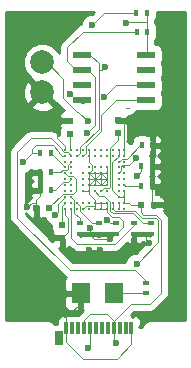
<source format=gbr>
G04 #@! TF.FileFunction,Copper,L1,Top,Signal*
%FSLAX46Y46*%
G04 Gerber Fmt 4.6, Leading zero omitted, Abs format (unit mm)*
G04 Created by KiCad (PCBNEW 4.0.5+dfsg1-4) date Tue Jul 10 09:58:08 2018*
%MOMM*%
%LPD*%
G01*
G04 APERTURE LIST*
%ADD10C,0.100000*%
%ADD11R,0.500000X0.600000*%
%ADD12R,0.600000X0.500000*%
%ADD13R,1.597660X1.800860*%
%ADD14R,0.400000X1.000000*%
%ADD15R,0.700000X1.150000*%
%ADD16R,0.400000X0.600000*%
%ADD17R,0.600000X0.400000*%
%ADD18R,1.550000X0.600000*%
%ADD19C,0.254000*%
%ADD20C,1.998980*%
%ADD21C,0.600000*%
%ADD22C,0.254000*%
G04 APERTURE END LIST*
D10*
D11*
X153570000Y-100510000D03*
X153570000Y-99410000D03*
D12*
X151860000Y-106820000D03*
X150760000Y-106820000D03*
D11*
X157640000Y-100490000D03*
X157640000Y-99390000D03*
D12*
X159580000Y-106550000D03*
X160680000Y-106550000D03*
D11*
X152930000Y-108220000D03*
X152930000Y-109320000D03*
D13*
X157359860Y-114040000D03*
X154520140Y-114040000D03*
D14*
X153300000Y-116990000D03*
X153800000Y-116990000D03*
X154300000Y-116990000D03*
X154800000Y-116990000D03*
X155300000Y-116990000D03*
X155800000Y-116990000D03*
X156300000Y-116990000D03*
X156800000Y-116990000D03*
X157300000Y-116990000D03*
X157800000Y-116990000D03*
X158300000Y-116990000D03*
X158800000Y-116990000D03*
D15*
X152630000Y-117830000D03*
D16*
X151970000Y-103790000D03*
X151070000Y-103790000D03*
X151080000Y-102170000D03*
X151980000Y-102170000D03*
X159650000Y-104970000D03*
X160550000Y-104970000D03*
X160550000Y-103270000D03*
X159650000Y-103270000D03*
X159680000Y-101500000D03*
X160580000Y-101500000D03*
D17*
X160490000Y-109010000D03*
X160490000Y-108110000D03*
D16*
X159230000Y-91890000D03*
X160130000Y-91890000D03*
X160120000Y-90270000D03*
X159220000Y-90270000D03*
D17*
X156020000Y-109020000D03*
X156020000Y-108120000D03*
X157510000Y-108100000D03*
X157510000Y-109000000D03*
X159010000Y-108110000D03*
X159010000Y-109010000D03*
X154440000Y-109020000D03*
X154440000Y-108120000D03*
D16*
X151970000Y-105310000D03*
X151070000Y-105310000D03*
D17*
X160020000Y-113150000D03*
X160020000Y-114050000D03*
D18*
X154640000Y-93865000D03*
X154640000Y-95135000D03*
X154640000Y-96405000D03*
X154640000Y-97675000D03*
X160040000Y-97675000D03*
X160040000Y-96405000D03*
X160040000Y-95135000D03*
X160040000Y-93865000D03*
D19*
X153210000Y-101880000D03*
X153710000Y-101880000D03*
X154210000Y-101880000D03*
X154710000Y-101880000D03*
X155210000Y-101880000D03*
X155710000Y-101880000D03*
X156210000Y-101880000D03*
X156710000Y-101880000D03*
X157210000Y-101880000D03*
X157710000Y-101880000D03*
X158210000Y-101880000D03*
X153210000Y-102380000D03*
X153710000Y-102380000D03*
X154210000Y-102380000D03*
X154710000Y-102380000D03*
X155210000Y-102380000D03*
X155710000Y-102380000D03*
X156210000Y-102380000D03*
X156710000Y-102380000D03*
X157210000Y-102380000D03*
X157710000Y-102380000D03*
X158210000Y-102380000D03*
X153210000Y-102880000D03*
X153710000Y-102880000D03*
X157710000Y-102880000D03*
X158210000Y-102880000D03*
X153210000Y-103380000D03*
X153710000Y-103380000D03*
X155210000Y-103380000D03*
X155710000Y-103380000D03*
X156210000Y-103380000D03*
X156710000Y-103380000D03*
X157710000Y-103380000D03*
X158210000Y-103380000D03*
X153210000Y-103880000D03*
X153710000Y-103880000D03*
X154710000Y-103880000D03*
X155210000Y-103880000D03*
X155710000Y-103880000D03*
X156210000Y-103880000D03*
X156710000Y-103880000D03*
X157710000Y-103880000D03*
X158210000Y-103880000D03*
X153210000Y-104380000D03*
X153710000Y-104380000D03*
X154710000Y-104380000D03*
X155210000Y-104380000D03*
X155710000Y-104380000D03*
X156210000Y-104380000D03*
X156710000Y-104380000D03*
X157710000Y-104380000D03*
X158210000Y-104380000D03*
X153210000Y-104880000D03*
X153710000Y-104880000D03*
X154710000Y-104880000D03*
X155210000Y-104880000D03*
X155710000Y-104880000D03*
X156210000Y-104880000D03*
X156710000Y-104880000D03*
X157710000Y-104880000D03*
X158210000Y-104880000D03*
X153210000Y-105380000D03*
X153710000Y-105380000D03*
X154710000Y-105380000D03*
X155210000Y-105380000D03*
X155710000Y-105380000D03*
X156210000Y-105380000D03*
X156710000Y-105380000D03*
X157710000Y-105380000D03*
X158210000Y-105380000D03*
X153210000Y-105880000D03*
X153710000Y-105880000D03*
X157710000Y-105880000D03*
X158210000Y-105880000D03*
X153210000Y-106380000D03*
X153710000Y-106380000D03*
X154210000Y-106380000D03*
X154710000Y-106380000D03*
X155210000Y-106380000D03*
X155710000Y-106380000D03*
X156210000Y-106380000D03*
X156710000Y-106380000D03*
X157210000Y-106380000D03*
X157710000Y-106380000D03*
X158210000Y-106380000D03*
X153210000Y-106880000D03*
X153710000Y-106880000D03*
X154210000Y-106880000D03*
X154710000Y-106880000D03*
X155210000Y-106880000D03*
X155710000Y-106880000D03*
X156210000Y-106880000D03*
X156710000Y-106880000D03*
X157210000Y-106880000D03*
X157710000Y-106880000D03*
X158210000Y-106880000D03*
D20*
X151260000Y-94490000D03*
X151260000Y-97030000D03*
D21*
X155260000Y-108490000D03*
X160310000Y-109740000D03*
X149990000Y-106760000D03*
X156960000Y-109430000D03*
X156170000Y-110340000D03*
X155200000Y-110390000D03*
X154020000Y-111000000D03*
X161050000Y-105550000D03*
X152520000Y-99240000D03*
X153570000Y-97130000D03*
X157470000Y-118260000D03*
X158320000Y-91130000D03*
X149590000Y-102960000D03*
X155150000Y-118640000D03*
X159230000Y-111520000D03*
X159170000Y-102590000D03*
X159230000Y-104100000D03*
X155020000Y-100500000D03*
X156560000Y-94880000D03*
X155480000Y-91290000D03*
X156760000Y-107860000D03*
X152340000Y-107410000D03*
X156480000Y-97410000D03*
X155100000Y-99490000D03*
D10*
X158620000Y-98325000D02*
X158305000Y-98325000D01*
X153570000Y-100510000D02*
X153570000Y-101740000D01*
X153570000Y-101740000D02*
X153710000Y-101880000D01*
X155210000Y-103880000D02*
X155710000Y-104380000D01*
X155710000Y-104380000D02*
X156210000Y-104880000D01*
X156210000Y-104880000D02*
X156710000Y-104380000D01*
X156710000Y-104380000D02*
X156210000Y-103880000D01*
X156210000Y-103880000D02*
X155710000Y-104380000D01*
X155710000Y-104380000D02*
X155210000Y-104880000D01*
X156960000Y-109430000D02*
X155670000Y-109430000D01*
X155260000Y-109020000D02*
X155260000Y-108490000D01*
X155670000Y-109430000D02*
X155260000Y-109020000D01*
X160050000Y-109480000D02*
X160050000Y-109010000D01*
X160310000Y-109740000D02*
X160050000Y-109480000D01*
X150760000Y-106370000D02*
X150380000Y-106370000D01*
X150380000Y-106370000D02*
X149990000Y-106760000D01*
X157000000Y-109020000D02*
X157000000Y-109390000D01*
X157000000Y-109390000D02*
X156960000Y-109430000D01*
X156170000Y-110340000D02*
X156120000Y-110390000D01*
X156120000Y-110390000D02*
X155200000Y-110390000D01*
X152930000Y-109910000D02*
X152930000Y-109320000D01*
X154020000Y-111000000D02*
X152930000Y-109910000D01*
X158800000Y-116990000D02*
X158800000Y-118330000D01*
X153300000Y-118200000D02*
X153300000Y-116990000D01*
X154670000Y-119570000D02*
X153300000Y-118200000D01*
X157560000Y-119570000D02*
X154670000Y-119570000D01*
X158800000Y-118330000D02*
X157560000Y-119570000D01*
X160550000Y-104970000D02*
X160550000Y-105050000D01*
X160550000Y-105050000D02*
X161050000Y-105550000D01*
X151070000Y-105310000D02*
X151070000Y-105830000D01*
X150760000Y-106140000D02*
X150760000Y-106370000D01*
X150760000Y-106370000D02*
X150760000Y-106820000D01*
X151070000Y-105830000D02*
X150760000Y-106140000D01*
X160550000Y-104970000D02*
X160550000Y-106420000D01*
X160550000Y-106420000D02*
X160680000Y-106550000D01*
X155710000Y-106630000D02*
X154960000Y-106630000D01*
X154960000Y-106630000D02*
X154710000Y-106880000D01*
X156710000Y-106880000D02*
X156710000Y-107190000D01*
X158050000Y-108460000D02*
X157510000Y-109000000D01*
X158050000Y-107900000D02*
X158050000Y-108460000D01*
X157750000Y-107600000D02*
X158050000Y-107900000D01*
X157120000Y-107600000D02*
X157750000Y-107600000D01*
X156710000Y-107190000D02*
X157120000Y-107600000D01*
X154520140Y-114040000D02*
X154520140Y-114839860D01*
X154520140Y-114839860D02*
X153300000Y-116060000D01*
X153300000Y-116060000D02*
X153300000Y-116990000D01*
X153210000Y-106880000D02*
X153210000Y-107420000D01*
X153210000Y-107420000D02*
X153440000Y-107650000D01*
X153440000Y-107650000D02*
X153440000Y-108810000D01*
X153440000Y-108810000D02*
X152930000Y-109320000D01*
X155210000Y-105380000D02*
X155210000Y-105630000D01*
X155710000Y-106130000D02*
X155710000Y-106380000D01*
X155210000Y-105630000D02*
X155710000Y-106130000D01*
X155710000Y-106380000D02*
X156210000Y-106380000D01*
X155710000Y-106380000D02*
X155710000Y-106630000D01*
X155710000Y-106630000D02*
X155710000Y-106880000D01*
X155710000Y-106880000D02*
X156210000Y-106880000D01*
X156210000Y-106880000D02*
X156710000Y-106880000D01*
X156710000Y-106880000D02*
X156710000Y-106380000D01*
X156710000Y-106380000D02*
X156210000Y-106380000D01*
X156210000Y-106380000D02*
X156210000Y-106880000D01*
X160490000Y-109010000D02*
X160050000Y-109010000D01*
X160050000Y-109010000D02*
X159010000Y-109010000D01*
X156020000Y-109020000D02*
X157000000Y-109020000D01*
X157000000Y-109020000D02*
X157490000Y-109020000D01*
X157490000Y-109020000D02*
X157510000Y-109000000D01*
X155210000Y-101880000D02*
X155210000Y-102380000D01*
X152520000Y-99240000D02*
X152520000Y-100870000D01*
X153210000Y-101560000D02*
X153210000Y-101880000D01*
X152520000Y-100870000D02*
X153210000Y-101560000D01*
X152690000Y-99410000D02*
X153570000Y-99410000D01*
X152520000Y-99240000D02*
X152690000Y-99410000D01*
X154640000Y-97675000D02*
X154115000Y-97675000D01*
X154115000Y-97675000D02*
X153570000Y-97130000D01*
X158210000Y-101880000D02*
X158210000Y-99650000D01*
X157950000Y-99390000D02*
X157640000Y-99390000D01*
X158210000Y-99650000D02*
X157950000Y-99390000D01*
X158210000Y-102380000D02*
X158210000Y-101880000D01*
X155210000Y-102380000D02*
X155210000Y-102890000D01*
X155470000Y-103620000D02*
X155210000Y-103880000D01*
X155470000Y-103150000D02*
X155470000Y-103620000D01*
X155210000Y-102890000D02*
X155470000Y-103150000D01*
X155210000Y-104880000D02*
X155210000Y-105380000D01*
X155210000Y-105380000D02*
X154710000Y-105380000D01*
X155710000Y-104880000D02*
X156210000Y-104880000D01*
X156710000Y-104380000D02*
X156710000Y-104880000D01*
X156710000Y-104880000D02*
X156210000Y-104880000D01*
X156210000Y-104880000D02*
X156210000Y-104380000D01*
X156210000Y-104380000D02*
X155710000Y-104380000D01*
X155710000Y-104380000D02*
X155710000Y-104880000D01*
X155710000Y-104880000D02*
X155210000Y-104880000D01*
X155210000Y-104880000D02*
X155210000Y-104380000D01*
X156210000Y-103880000D02*
X156210000Y-104380000D01*
X155710000Y-103880000D02*
X155710000Y-104380000D01*
X156710000Y-103880000D02*
X156710000Y-104380000D01*
X156710000Y-104380000D02*
X156210000Y-104380000D01*
X156210000Y-104380000D02*
X155710000Y-104380000D01*
X155710000Y-104380000D02*
X155210000Y-104380000D01*
X155210000Y-104380000D02*
X155210000Y-103880000D01*
X155210000Y-103880000D02*
X155710000Y-103880000D01*
X155710000Y-103880000D02*
X156210000Y-103880000D01*
X156210000Y-103880000D02*
X156710000Y-103880000D01*
X156710000Y-103880000D02*
X156710000Y-103380000D01*
X151860000Y-106820000D02*
X151860000Y-106740000D01*
X151860000Y-106740000D02*
X152970000Y-105630000D01*
X152970000Y-105630000D02*
X153870000Y-105630000D01*
X153870000Y-105630000D02*
X154100000Y-105400000D01*
X154100000Y-105400000D02*
X154100000Y-104350000D01*
X154100000Y-104350000D02*
X153880000Y-104130000D01*
X153880000Y-104130000D02*
X153460000Y-104130000D01*
X153460000Y-104130000D02*
X153210000Y-103880000D01*
X157640000Y-100490000D02*
X157640000Y-101030000D01*
X156460000Y-105130000D02*
X156210000Y-105380000D01*
X156860000Y-105130000D02*
X156460000Y-105130000D01*
X156970000Y-105020000D02*
X156860000Y-105130000D01*
X156970000Y-101700000D02*
X156970000Y-105020000D01*
X157640000Y-101030000D02*
X156970000Y-101700000D01*
X158210000Y-105380000D02*
X158210000Y-105880000D01*
X158210000Y-105880000D02*
X158210000Y-106380000D01*
X157710000Y-105880000D02*
X158210000Y-105880000D01*
X157300000Y-116380000D02*
X157300000Y-116350000D01*
X159580000Y-107180000D02*
X159580000Y-106550000D01*
X159820000Y-107420000D02*
X159580000Y-107180000D01*
X160910000Y-107420000D02*
X159820000Y-107420000D01*
X161330000Y-107840000D02*
X160910000Y-107420000D01*
X161330000Y-113990000D02*
X161330000Y-107840000D01*
X160400000Y-114920000D02*
X161330000Y-113990000D01*
X158730000Y-114920000D02*
X160400000Y-114920000D01*
X157300000Y-116350000D02*
X158730000Y-114920000D01*
X157710000Y-101880000D02*
X157710000Y-102380000D01*
X157710000Y-102380000D02*
X157710000Y-102400000D01*
X157710000Y-102400000D02*
X157150000Y-102960000D01*
X157150000Y-102960000D02*
X157150000Y-105320000D01*
X157150000Y-105320000D02*
X157710000Y-105880000D01*
X157470000Y-118260000D02*
X157300000Y-118090000D01*
X157300000Y-118090000D02*
X157300000Y-116990000D01*
X157300000Y-116990000D02*
X157300000Y-116380000D01*
X154800000Y-116330000D02*
X154800000Y-116990000D01*
X155300000Y-115830000D02*
X154800000Y-116330000D01*
X156750000Y-115830000D02*
X155300000Y-115830000D01*
X157300000Y-116380000D02*
X156750000Y-115830000D01*
X159580000Y-106550000D02*
X158790000Y-106550000D01*
X158620000Y-106380000D02*
X158210000Y-106380000D01*
X158790000Y-106550000D02*
X158620000Y-106380000D01*
X158380000Y-91070000D02*
X160120000Y-91070000D01*
X158320000Y-91130000D02*
X158380000Y-91070000D01*
X150410000Y-102170000D02*
X150410000Y-101800000D01*
X152900000Y-102380000D02*
X153210000Y-102380000D01*
X152710000Y-102190000D02*
X152900000Y-102380000D01*
X152710000Y-102040000D02*
X152710000Y-102190000D01*
X152150000Y-101480000D02*
X152710000Y-102040000D01*
X150730000Y-101480000D02*
X152150000Y-101480000D01*
X150410000Y-101800000D02*
X150730000Y-101480000D01*
X160130000Y-91890000D02*
X160130000Y-93775000D01*
X160130000Y-93775000D02*
X160040000Y-93865000D01*
X160120000Y-90270000D02*
X160120000Y-91070000D01*
X160120000Y-91070000D02*
X160120000Y-91880000D01*
X160120000Y-91880000D02*
X160130000Y-91890000D01*
X151080000Y-102170000D02*
X150410000Y-102170000D01*
X150410000Y-102170000D02*
X150380000Y-102170000D01*
X150380000Y-102170000D02*
X149590000Y-102960000D01*
X152930000Y-108220000D02*
X152930000Y-106660000D01*
X152930000Y-106660000D02*
X153210000Y-106380000D01*
X157359860Y-114040000D02*
X160010000Y-114040000D01*
X160010000Y-114040000D02*
X160020000Y-114050000D01*
X157210000Y-106880000D02*
X157440000Y-107110000D01*
X155300000Y-118490000D02*
X155300000Y-116990000D01*
X155150000Y-118640000D02*
X155300000Y-118490000D01*
X161060000Y-109690000D02*
X159230000Y-111520000D01*
X161060000Y-107870000D02*
X161060000Y-109690000D01*
X160860000Y-107670000D02*
X161060000Y-107870000D01*
X159670000Y-107670000D02*
X160860000Y-107670000D01*
X159110000Y-107110000D02*
X159670000Y-107670000D01*
X158400000Y-107110000D02*
X159110000Y-107110000D01*
X157440000Y-107110000D02*
X158400000Y-107110000D01*
X157210000Y-106380000D02*
X157210000Y-106880000D01*
X157710000Y-106380000D02*
X157710000Y-106880000D01*
X151970000Y-103790000D02*
X152800000Y-103790000D01*
X153450000Y-103140000D02*
X153710000Y-102880000D01*
X153450000Y-103520000D02*
X153450000Y-103140000D01*
X153340000Y-103630000D02*
X153450000Y-103520000D01*
X152960000Y-103630000D02*
X153340000Y-103630000D01*
X152800000Y-103790000D02*
X152960000Y-103630000D01*
X159170000Y-102590000D02*
X158620000Y-103140000D01*
X158620000Y-103140000D02*
X158060000Y-103140000D01*
X158060000Y-103140000D02*
X157950000Y-103250000D01*
X157950000Y-103250000D02*
X157950000Y-103640000D01*
X157950000Y-103640000D02*
X157710000Y-103880000D01*
X151980000Y-102170000D02*
X152000000Y-102170000D01*
X152000000Y-102170000D02*
X153210000Y-103380000D01*
X159650000Y-104970000D02*
X158300000Y-104970000D01*
X158300000Y-104970000D02*
X158210000Y-104880000D01*
X159650000Y-103270000D02*
X159650000Y-103680000D01*
X159650000Y-103680000D02*
X159230000Y-104100000D01*
X159680000Y-101500000D02*
X159550000Y-101500000D01*
X159550000Y-101500000D02*
X158420000Y-102630000D01*
X158420000Y-102630000D02*
X157960000Y-102630000D01*
X157960000Y-102630000D02*
X157710000Y-102880000D01*
X160490000Y-108110000D02*
X159790000Y-108110000D01*
X156090000Y-105760000D02*
X155710000Y-105380000D01*
X156440000Y-105760000D02*
X156090000Y-105760000D01*
X156980000Y-106300000D02*
X156440000Y-105760000D01*
X156980000Y-107030000D02*
X156980000Y-106300000D01*
X157230000Y-107280000D02*
X156980000Y-107030000D01*
X158960000Y-107280000D02*
X157230000Y-107280000D01*
X159790000Y-108110000D02*
X158960000Y-107280000D01*
X159230000Y-91890000D02*
X154680000Y-91890000D01*
X153380000Y-94380000D02*
X154135000Y-95135000D01*
X153380000Y-93190000D02*
X153380000Y-94380000D01*
X154680000Y-91890000D02*
X153380000Y-93190000D01*
X154135000Y-95135000D02*
X154640000Y-95135000D01*
X154640000Y-95135000D02*
X155095000Y-95135000D01*
X155095000Y-95135000D02*
X155710000Y-95750000D01*
X155710000Y-95750000D02*
X155710000Y-99770000D01*
X155710000Y-99770000D02*
X155020000Y-100460000D01*
X155020000Y-100460000D02*
X155020000Y-100500000D01*
X159220000Y-90270000D02*
X156500000Y-90270000D01*
X156310000Y-95130000D02*
X156020000Y-95130000D01*
X156560000Y-94880000D02*
X156310000Y-95130000D01*
X156500000Y-90270000D02*
X155480000Y-91290000D01*
X154640000Y-93865000D02*
X155325000Y-93865000D01*
X155325000Y-93865000D02*
X156020000Y-94560000D01*
X156020000Y-94560000D02*
X156020000Y-95130000D01*
X156020000Y-95130000D02*
X156020000Y-100120000D01*
X156020000Y-100120000D02*
X154470000Y-101670000D01*
X154470000Y-101670000D02*
X154470000Y-102120000D01*
X154470000Y-102120000D02*
X154210000Y-102380000D01*
X156020000Y-108120000D02*
X155500000Y-108120000D01*
X154450000Y-106620000D02*
X154210000Y-106380000D01*
X154450000Y-107070000D02*
X154450000Y-106620000D01*
X155500000Y-108120000D02*
X154450000Y-107070000D01*
X157510000Y-108100000D02*
X157000000Y-108100000D01*
X157000000Y-108100000D02*
X156760000Y-107860000D01*
X159010000Y-108100000D02*
X159010000Y-108250000D01*
X159010000Y-108250000D02*
X157420000Y-109840000D01*
X157420000Y-109840000D02*
X154220000Y-109840000D01*
X154220000Y-109840000D02*
X153710000Y-109330000D01*
X153710000Y-109330000D02*
X153710000Y-106880000D01*
X154440000Y-108120000D02*
X154440000Y-107690000D01*
X153970000Y-106140000D02*
X153710000Y-105880000D01*
X153970000Y-107220000D02*
X153970000Y-106140000D01*
X154440000Y-107690000D02*
X153970000Y-107220000D01*
X151970000Y-105310000D02*
X152300000Y-105310000D01*
X153460000Y-104630000D02*
X153710000Y-104380000D01*
X152980000Y-104630000D02*
X153460000Y-104630000D01*
X152300000Y-105310000D02*
X152980000Y-104630000D01*
X152340000Y-107410000D02*
X152580000Y-107170000D01*
X152580000Y-107170000D02*
X152580000Y-106510000D01*
X153210000Y-105880000D02*
X152580000Y-106510000D01*
X160020000Y-113150000D02*
X160020000Y-113020000D01*
X160020000Y-113020000D02*
X159090000Y-112090000D01*
X159090000Y-112090000D02*
X153600000Y-112090000D01*
X153600000Y-112090000D02*
X149150000Y-107640000D01*
X149150000Y-107640000D02*
X149150000Y-102040000D01*
X149150000Y-102040000D02*
X150300000Y-100890000D01*
X150300000Y-100890000D02*
X151980000Y-100890000D01*
X151980000Y-100890000D02*
X152880000Y-101790000D01*
X152880000Y-101790000D02*
X152880000Y-101910000D01*
X152880000Y-101910000D02*
X153080000Y-102110000D01*
X153080000Y-102110000D02*
X153440000Y-102110000D01*
X153440000Y-102110000D02*
X153710000Y-102380000D01*
X160040000Y-97675000D02*
X157525000Y-97675000D01*
X154960000Y-102130000D02*
X154710000Y-102380000D01*
X154960000Y-101560000D02*
X154960000Y-102130000D01*
X156220000Y-100300000D02*
X154960000Y-101560000D01*
X156220000Y-98980000D02*
X156220000Y-100300000D01*
X157525000Y-97675000D02*
X156220000Y-98980000D01*
X160040000Y-96405000D02*
X157485000Y-96405000D01*
X157485000Y-96405000D02*
X156480000Y-97410000D01*
X151260000Y-94490000D02*
X151610000Y-94490000D01*
X151610000Y-94490000D02*
X153010000Y-95890000D01*
X153010000Y-95890000D02*
X153010000Y-97490000D01*
X153010000Y-97490000D02*
X154180000Y-98660000D01*
X154180000Y-98660000D02*
X154270000Y-98660000D01*
X154270000Y-98660000D02*
X155100000Y-99490000D01*
D22*
G36*
X163315000Y-116315000D02*
X160350000Y-116315000D01*
X160087862Y-116367143D01*
X159865632Y-116515632D01*
X159717143Y-116737862D01*
X159688273Y-116883000D01*
X159635000Y-116883000D01*
X159635000Y-116862998D01*
X159476252Y-116862998D01*
X159635000Y-116704250D01*
X159635000Y-116363690D01*
X159538327Y-116130301D01*
X159359698Y-115951673D01*
X159126309Y-115855000D01*
X159058750Y-115855000D01*
X158911277Y-116002473D01*
X158751890Y-115893569D01*
X158729667Y-115889069D01*
X159013736Y-115605000D01*
X160400000Y-115605000D01*
X160662138Y-115552857D01*
X160884368Y-115404368D01*
X161814368Y-114474368D01*
X161962857Y-114252138D01*
X162015000Y-113990000D01*
X162015000Y-107840000D01*
X161962857Y-107577862D01*
X161814368Y-107355632D01*
X161547648Y-107088912D01*
X161615000Y-106926310D01*
X161615000Y-106833750D01*
X161456250Y-106675000D01*
X160807000Y-106675000D01*
X160807000Y-106697000D01*
X160553000Y-106697000D01*
X160553000Y-106675000D01*
X160533000Y-106675000D01*
X160533000Y-106425000D01*
X160553000Y-106425000D01*
X160553000Y-106403000D01*
X160807000Y-106403000D01*
X160807000Y-106425000D01*
X161456250Y-106425000D01*
X161615000Y-106266250D01*
X161615000Y-106173690D01*
X161518327Y-105940301D01*
X161339698Y-105761673D01*
X161210053Y-105707972D01*
X161288327Y-105629699D01*
X161385000Y-105396310D01*
X161385000Y-105255750D01*
X161226250Y-105097000D01*
X160650000Y-105097000D01*
X160650000Y-105117000D01*
X160497440Y-105117000D01*
X160497440Y-104670000D01*
X160453162Y-104434683D01*
X160450000Y-104429769D01*
X160450000Y-104193750D01*
X160376250Y-104120000D01*
X160450000Y-104046250D01*
X160450000Y-103804266D01*
X160497440Y-103570000D01*
X160497440Y-103397000D01*
X160650000Y-103397000D01*
X160650000Y-104046250D01*
X160723750Y-104120000D01*
X160650000Y-104193750D01*
X160650000Y-104843000D01*
X161226250Y-104843000D01*
X161385000Y-104684250D01*
X161385000Y-104543690D01*
X161288327Y-104310301D01*
X161109698Y-104131673D01*
X161081517Y-104120000D01*
X161109698Y-104108327D01*
X161288327Y-103929699D01*
X161385000Y-103696310D01*
X161385000Y-103555750D01*
X161226250Y-103397000D01*
X160650000Y-103397000D01*
X160497440Y-103397000D01*
X160497440Y-102970000D01*
X160453162Y-102734683D01*
X160450000Y-102729769D01*
X160450000Y-102493750D01*
X160650000Y-102493750D01*
X160650000Y-103143000D01*
X161226250Y-103143000D01*
X161385000Y-102984250D01*
X161385000Y-102843690D01*
X161288327Y-102610301D01*
X161109698Y-102431673D01*
X161012020Y-102391213D01*
X161139698Y-102338327D01*
X161318327Y-102159699D01*
X161415000Y-101926310D01*
X161415000Y-101785750D01*
X161256250Y-101627000D01*
X160680000Y-101627000D01*
X160680000Y-102276250D01*
X160773750Y-102370000D01*
X160650000Y-102493750D01*
X160450000Y-102493750D01*
X160356250Y-102400000D01*
X160480000Y-102276250D01*
X160480000Y-102034266D01*
X160527440Y-101800000D01*
X160527440Y-101200000D01*
X160483162Y-100964683D01*
X160480000Y-100959769D01*
X160480000Y-100723750D01*
X160680000Y-100723750D01*
X160680000Y-101373000D01*
X161256250Y-101373000D01*
X161415000Y-101214250D01*
X161415000Y-101073690D01*
X161318327Y-100840301D01*
X161139698Y-100661673D01*
X160906309Y-100565000D01*
X160838750Y-100565000D01*
X160680000Y-100723750D01*
X160480000Y-100723750D01*
X160321250Y-100565000D01*
X160253691Y-100565000D01*
X160142717Y-100610967D01*
X160131890Y-100603569D01*
X159880000Y-100552560D01*
X159480000Y-100552560D01*
X159244683Y-100596838D01*
X159028559Y-100735910D01*
X158883569Y-100948110D01*
X158832560Y-101200000D01*
X158832560Y-101248704D01*
X158753244Y-101328020D01*
X158667808Y-101242584D01*
X158607218Y-101303174D01*
X158613766Y-101216230D01*
X158416526Y-101144200D01*
X158486431Y-101041890D01*
X158537440Y-100790000D01*
X158537440Y-100190000D01*
X158493162Y-99954683D01*
X158477661Y-99930594D01*
X158525000Y-99816309D01*
X158525000Y-99675750D01*
X158366250Y-99517000D01*
X157765000Y-99517000D01*
X157765000Y-99537000D01*
X157515000Y-99537000D01*
X157515000Y-99517000D01*
X157493000Y-99517000D01*
X157493000Y-99263000D01*
X157515000Y-99263000D01*
X157515000Y-99243000D01*
X157765000Y-99243000D01*
X157765000Y-99263000D01*
X158366250Y-99263000D01*
X158525000Y-99104250D01*
X158525000Y-99010000D01*
X158620000Y-99010000D01*
X158882138Y-98957857D01*
X159104368Y-98809368D01*
X159233528Y-98616067D01*
X159265000Y-98622440D01*
X160815000Y-98622440D01*
X161050317Y-98578162D01*
X161266441Y-98439090D01*
X161411431Y-98226890D01*
X161462440Y-97975000D01*
X161462440Y-97375000D01*
X161418162Y-97139683D01*
X161354322Y-97040472D01*
X161411431Y-96956890D01*
X161462440Y-96705000D01*
X161462440Y-96105000D01*
X161418162Y-95869683D01*
X161354322Y-95770472D01*
X161411431Y-95686890D01*
X161462440Y-95435000D01*
X161462440Y-94835000D01*
X161418162Y-94599683D01*
X161354322Y-94500472D01*
X161411431Y-94416890D01*
X161462440Y-94165000D01*
X161462440Y-93565000D01*
X161418162Y-93329683D01*
X161279090Y-93113559D01*
X161066890Y-92968569D01*
X160815000Y-92917560D01*
X160815000Y-92604975D01*
X160926431Y-92441890D01*
X160977440Y-92190000D01*
X160977440Y-91590000D01*
X160933162Y-91354683D01*
X160805000Y-91155514D01*
X160805000Y-90984975D01*
X160916431Y-90821890D01*
X160967440Y-90570000D01*
X160967440Y-90185000D01*
X163315000Y-90185000D01*
X163315000Y-116315000D01*
X163315000Y-116315000D01*
G37*
X163315000Y-116315000D02*
X160350000Y-116315000D01*
X160087862Y-116367143D01*
X159865632Y-116515632D01*
X159717143Y-116737862D01*
X159688273Y-116883000D01*
X159635000Y-116883000D01*
X159635000Y-116862998D01*
X159476252Y-116862998D01*
X159635000Y-116704250D01*
X159635000Y-116363690D01*
X159538327Y-116130301D01*
X159359698Y-115951673D01*
X159126309Y-115855000D01*
X159058750Y-115855000D01*
X158911277Y-116002473D01*
X158751890Y-115893569D01*
X158729667Y-115889069D01*
X159013736Y-115605000D01*
X160400000Y-115605000D01*
X160662138Y-115552857D01*
X160884368Y-115404368D01*
X161814368Y-114474368D01*
X161962857Y-114252138D01*
X162015000Y-113990000D01*
X162015000Y-107840000D01*
X161962857Y-107577862D01*
X161814368Y-107355632D01*
X161547648Y-107088912D01*
X161615000Y-106926310D01*
X161615000Y-106833750D01*
X161456250Y-106675000D01*
X160807000Y-106675000D01*
X160807000Y-106697000D01*
X160553000Y-106697000D01*
X160553000Y-106675000D01*
X160533000Y-106675000D01*
X160533000Y-106425000D01*
X160553000Y-106425000D01*
X160553000Y-106403000D01*
X160807000Y-106403000D01*
X160807000Y-106425000D01*
X161456250Y-106425000D01*
X161615000Y-106266250D01*
X161615000Y-106173690D01*
X161518327Y-105940301D01*
X161339698Y-105761673D01*
X161210053Y-105707972D01*
X161288327Y-105629699D01*
X161385000Y-105396310D01*
X161385000Y-105255750D01*
X161226250Y-105097000D01*
X160650000Y-105097000D01*
X160650000Y-105117000D01*
X160497440Y-105117000D01*
X160497440Y-104670000D01*
X160453162Y-104434683D01*
X160450000Y-104429769D01*
X160450000Y-104193750D01*
X160376250Y-104120000D01*
X160450000Y-104046250D01*
X160450000Y-103804266D01*
X160497440Y-103570000D01*
X160497440Y-103397000D01*
X160650000Y-103397000D01*
X160650000Y-104046250D01*
X160723750Y-104120000D01*
X160650000Y-104193750D01*
X160650000Y-104843000D01*
X161226250Y-104843000D01*
X161385000Y-104684250D01*
X161385000Y-104543690D01*
X161288327Y-104310301D01*
X161109698Y-104131673D01*
X161081517Y-104120000D01*
X161109698Y-104108327D01*
X161288327Y-103929699D01*
X161385000Y-103696310D01*
X161385000Y-103555750D01*
X161226250Y-103397000D01*
X160650000Y-103397000D01*
X160497440Y-103397000D01*
X160497440Y-102970000D01*
X160453162Y-102734683D01*
X160450000Y-102729769D01*
X160450000Y-102493750D01*
X160650000Y-102493750D01*
X160650000Y-103143000D01*
X161226250Y-103143000D01*
X161385000Y-102984250D01*
X161385000Y-102843690D01*
X161288327Y-102610301D01*
X161109698Y-102431673D01*
X161012020Y-102391213D01*
X161139698Y-102338327D01*
X161318327Y-102159699D01*
X161415000Y-101926310D01*
X161415000Y-101785750D01*
X161256250Y-101627000D01*
X160680000Y-101627000D01*
X160680000Y-102276250D01*
X160773750Y-102370000D01*
X160650000Y-102493750D01*
X160450000Y-102493750D01*
X160356250Y-102400000D01*
X160480000Y-102276250D01*
X160480000Y-102034266D01*
X160527440Y-101800000D01*
X160527440Y-101200000D01*
X160483162Y-100964683D01*
X160480000Y-100959769D01*
X160480000Y-100723750D01*
X160680000Y-100723750D01*
X160680000Y-101373000D01*
X161256250Y-101373000D01*
X161415000Y-101214250D01*
X161415000Y-101073690D01*
X161318327Y-100840301D01*
X161139698Y-100661673D01*
X160906309Y-100565000D01*
X160838750Y-100565000D01*
X160680000Y-100723750D01*
X160480000Y-100723750D01*
X160321250Y-100565000D01*
X160253691Y-100565000D01*
X160142717Y-100610967D01*
X160131890Y-100603569D01*
X159880000Y-100552560D01*
X159480000Y-100552560D01*
X159244683Y-100596838D01*
X159028559Y-100735910D01*
X158883569Y-100948110D01*
X158832560Y-101200000D01*
X158832560Y-101248704D01*
X158753244Y-101328020D01*
X158667808Y-101242584D01*
X158607218Y-101303174D01*
X158613766Y-101216230D01*
X158416526Y-101144200D01*
X158486431Y-101041890D01*
X158537440Y-100790000D01*
X158537440Y-100190000D01*
X158493162Y-99954683D01*
X158477661Y-99930594D01*
X158525000Y-99816309D01*
X158525000Y-99675750D01*
X158366250Y-99517000D01*
X157765000Y-99517000D01*
X157765000Y-99537000D01*
X157515000Y-99537000D01*
X157515000Y-99517000D01*
X157493000Y-99517000D01*
X157493000Y-99263000D01*
X157515000Y-99263000D01*
X157515000Y-99243000D01*
X157765000Y-99243000D01*
X157765000Y-99263000D01*
X158366250Y-99263000D01*
X158525000Y-99104250D01*
X158525000Y-99010000D01*
X158620000Y-99010000D01*
X158882138Y-98957857D01*
X159104368Y-98809368D01*
X159233528Y-98616067D01*
X159265000Y-98622440D01*
X160815000Y-98622440D01*
X161050317Y-98578162D01*
X161266441Y-98439090D01*
X161411431Y-98226890D01*
X161462440Y-97975000D01*
X161462440Y-97375000D01*
X161418162Y-97139683D01*
X161354322Y-97040472D01*
X161411431Y-96956890D01*
X161462440Y-96705000D01*
X161462440Y-96105000D01*
X161418162Y-95869683D01*
X161354322Y-95770472D01*
X161411431Y-95686890D01*
X161462440Y-95435000D01*
X161462440Y-94835000D01*
X161418162Y-94599683D01*
X161354322Y-94500472D01*
X161411431Y-94416890D01*
X161462440Y-94165000D01*
X161462440Y-93565000D01*
X161418162Y-93329683D01*
X161279090Y-93113559D01*
X161066890Y-92968569D01*
X160815000Y-92917560D01*
X160815000Y-92604975D01*
X160926431Y-92441890D01*
X160977440Y-92190000D01*
X160977440Y-91590000D01*
X160933162Y-91354683D01*
X160805000Y-91155514D01*
X160805000Y-90984975D01*
X160916431Y-90821890D01*
X160967440Y-90570000D01*
X160967440Y-90185000D01*
X163315000Y-90185000D01*
X163315000Y-116315000D01*
G36*
X155446294Y-90354970D02*
X155294833Y-90354838D01*
X154951057Y-90496883D01*
X154687808Y-90759673D01*
X154545162Y-91103201D01*
X154545050Y-91231843D01*
X154417862Y-91257143D01*
X154195632Y-91405632D01*
X152895632Y-92705632D01*
X152747143Y-92927862D01*
X152695000Y-93190000D01*
X152695000Y-93682816D01*
X152646462Y-93565345D01*
X152187073Y-93105154D01*
X151586547Y-92855794D01*
X150936306Y-92855226D01*
X150335345Y-93103538D01*
X149875154Y-93562927D01*
X149625794Y-94163453D01*
X149625226Y-94813694D01*
X149873538Y-95414655D01*
X150300539Y-95842401D01*
X150287443Y-95877837D01*
X151260000Y-96850395D01*
X151274142Y-96836252D01*
X151453748Y-97015858D01*
X151439605Y-97030000D01*
X152412163Y-98002557D01*
X152518267Y-97963345D01*
X152525632Y-97974368D01*
X153075302Y-98524038D01*
X152960301Y-98571673D01*
X152781673Y-98750302D01*
X152685000Y-98983691D01*
X152685000Y-99124250D01*
X152843750Y-99283000D01*
X153445000Y-99283000D01*
X153445000Y-99263000D01*
X153695000Y-99263000D01*
X153695000Y-99283000D01*
X153717000Y-99283000D01*
X153717000Y-99537000D01*
X153695000Y-99537000D01*
X153695000Y-99557000D01*
X153445000Y-99557000D01*
X153445000Y-99537000D01*
X152843750Y-99537000D01*
X152685000Y-99695750D01*
X152685000Y-99836309D01*
X152730967Y-99947283D01*
X152723569Y-99958110D01*
X152672560Y-100210000D01*
X152672560Y-100613824D01*
X152464368Y-100405632D01*
X152242138Y-100257143D01*
X151980000Y-100205000D01*
X150300000Y-100205000D01*
X150037862Y-100257143D01*
X149815632Y-100405632D01*
X148665632Y-101555632D01*
X148517143Y-101777862D01*
X148465000Y-102040000D01*
X148465000Y-107640000D01*
X148517143Y-107902138D01*
X148665632Y-108124368D01*
X153115632Y-112574368D01*
X153279196Y-112683658D01*
X153182983Y-112779871D01*
X153086310Y-113013260D01*
X153086310Y-113754250D01*
X153245060Y-113913000D01*
X154393140Y-113913000D01*
X154393140Y-113893000D01*
X154647140Y-113893000D01*
X154647140Y-113913000D01*
X154667140Y-113913000D01*
X154667140Y-114167000D01*
X154647140Y-114167000D01*
X154647140Y-115416680D01*
X154695862Y-115465402D01*
X154318704Y-115842560D01*
X154100000Y-115842560D01*
X154048164Y-115852314D01*
X154000000Y-115842560D01*
X153600000Y-115842560D01*
X153364683Y-115886838D01*
X153187258Y-116001008D01*
X153041250Y-115855000D01*
X152973691Y-115855000D01*
X152740302Y-115951673D01*
X152561673Y-116130301D01*
X152465000Y-116363690D01*
X152465000Y-116607560D01*
X152295792Y-116607560D01*
X152234368Y-116515632D01*
X152012138Y-116367143D01*
X151750000Y-116315000D01*
X148185000Y-116315000D01*
X148185000Y-114325750D01*
X153086310Y-114325750D01*
X153086310Y-115066740D01*
X153182983Y-115300129D01*
X153361612Y-115478757D01*
X153595001Y-115575430D01*
X154234390Y-115575430D01*
X154393140Y-115416680D01*
X154393140Y-114167000D01*
X153245060Y-114167000D01*
X153086310Y-114325750D01*
X148185000Y-114325750D01*
X148185000Y-98182163D01*
X150287443Y-98182163D01*
X150386042Y-98448965D01*
X150995582Y-98675401D01*
X151645377Y-98651341D01*
X152133958Y-98448965D01*
X152232557Y-98182163D01*
X151260000Y-97209605D01*
X150287443Y-98182163D01*
X148185000Y-98182163D01*
X148185000Y-96765582D01*
X149614599Y-96765582D01*
X149638659Y-97415377D01*
X149841035Y-97903958D01*
X150107837Y-98002557D01*
X151080395Y-97030000D01*
X150107837Y-96057443D01*
X149841035Y-96156042D01*
X149614599Y-96765582D01*
X148185000Y-96765582D01*
X148185000Y-90185000D01*
X155616264Y-90185000D01*
X155446294Y-90354970D01*
X155446294Y-90354970D01*
G37*
X155446294Y-90354970D02*
X155294833Y-90354838D01*
X154951057Y-90496883D01*
X154687808Y-90759673D01*
X154545162Y-91103201D01*
X154545050Y-91231843D01*
X154417862Y-91257143D01*
X154195632Y-91405632D01*
X152895632Y-92705632D01*
X152747143Y-92927862D01*
X152695000Y-93190000D01*
X152695000Y-93682816D01*
X152646462Y-93565345D01*
X152187073Y-93105154D01*
X151586547Y-92855794D01*
X150936306Y-92855226D01*
X150335345Y-93103538D01*
X149875154Y-93562927D01*
X149625794Y-94163453D01*
X149625226Y-94813694D01*
X149873538Y-95414655D01*
X150300539Y-95842401D01*
X150287443Y-95877837D01*
X151260000Y-96850395D01*
X151274142Y-96836252D01*
X151453748Y-97015858D01*
X151439605Y-97030000D01*
X152412163Y-98002557D01*
X152518267Y-97963345D01*
X152525632Y-97974368D01*
X153075302Y-98524038D01*
X152960301Y-98571673D01*
X152781673Y-98750302D01*
X152685000Y-98983691D01*
X152685000Y-99124250D01*
X152843750Y-99283000D01*
X153445000Y-99283000D01*
X153445000Y-99263000D01*
X153695000Y-99263000D01*
X153695000Y-99283000D01*
X153717000Y-99283000D01*
X153717000Y-99537000D01*
X153695000Y-99537000D01*
X153695000Y-99557000D01*
X153445000Y-99557000D01*
X153445000Y-99537000D01*
X152843750Y-99537000D01*
X152685000Y-99695750D01*
X152685000Y-99836309D01*
X152730967Y-99947283D01*
X152723569Y-99958110D01*
X152672560Y-100210000D01*
X152672560Y-100613824D01*
X152464368Y-100405632D01*
X152242138Y-100257143D01*
X151980000Y-100205000D01*
X150300000Y-100205000D01*
X150037862Y-100257143D01*
X149815632Y-100405632D01*
X148665632Y-101555632D01*
X148517143Y-101777862D01*
X148465000Y-102040000D01*
X148465000Y-107640000D01*
X148517143Y-107902138D01*
X148665632Y-108124368D01*
X153115632Y-112574368D01*
X153279196Y-112683658D01*
X153182983Y-112779871D01*
X153086310Y-113013260D01*
X153086310Y-113754250D01*
X153245060Y-113913000D01*
X154393140Y-113913000D01*
X154393140Y-113893000D01*
X154647140Y-113893000D01*
X154647140Y-113913000D01*
X154667140Y-113913000D01*
X154667140Y-114167000D01*
X154647140Y-114167000D01*
X154647140Y-115416680D01*
X154695862Y-115465402D01*
X154318704Y-115842560D01*
X154100000Y-115842560D01*
X154048164Y-115852314D01*
X154000000Y-115842560D01*
X153600000Y-115842560D01*
X153364683Y-115886838D01*
X153187258Y-116001008D01*
X153041250Y-115855000D01*
X152973691Y-115855000D01*
X152740302Y-115951673D01*
X152561673Y-116130301D01*
X152465000Y-116363690D01*
X152465000Y-116607560D01*
X152295792Y-116607560D01*
X152234368Y-116515632D01*
X152012138Y-116367143D01*
X151750000Y-116315000D01*
X148185000Y-116315000D01*
X148185000Y-114325750D01*
X153086310Y-114325750D01*
X153086310Y-115066740D01*
X153182983Y-115300129D01*
X153361612Y-115478757D01*
X153595001Y-115575430D01*
X154234390Y-115575430D01*
X154393140Y-115416680D01*
X154393140Y-114167000D01*
X153245060Y-114167000D01*
X153086310Y-114325750D01*
X148185000Y-114325750D01*
X148185000Y-98182163D01*
X150287443Y-98182163D01*
X150386042Y-98448965D01*
X150995582Y-98675401D01*
X151645377Y-98651341D01*
X152133958Y-98448965D01*
X152232557Y-98182163D01*
X151260000Y-97209605D01*
X150287443Y-98182163D01*
X148185000Y-98182163D01*
X148185000Y-96765582D01*
X149614599Y-96765582D01*
X149638659Y-97415377D01*
X149841035Y-97903958D01*
X150107837Y-98002557D01*
X151080395Y-97030000D01*
X150107837Y-96057443D01*
X149841035Y-96156042D01*
X149614599Y-96765582D01*
X148185000Y-96765582D01*
X148185000Y-90185000D01*
X155616264Y-90185000D01*
X155446294Y-90354970D01*
G36*
X150887000Y-106695000D02*
X150907000Y-106695000D01*
X150907000Y-106945000D01*
X150887000Y-106945000D01*
X150887000Y-107546250D01*
X151045750Y-107705000D01*
X151186309Y-107705000D01*
X151297283Y-107659033D01*
X151308110Y-107666431D01*
X151445805Y-107694315D01*
X151546883Y-107938943D01*
X151809673Y-108202192D01*
X152032560Y-108294743D01*
X152032560Y-108520000D01*
X152076838Y-108755317D01*
X152092339Y-108779406D01*
X152045000Y-108893691D01*
X152045000Y-109034250D01*
X152203750Y-109193000D01*
X152805000Y-109193000D01*
X152805000Y-109173000D01*
X153025000Y-109173000D01*
X153025000Y-109330000D01*
X153055000Y-109480819D01*
X153055000Y-110096250D01*
X153213750Y-110255000D01*
X153306310Y-110255000D01*
X153539699Y-110158327D01*
X153554645Y-110143381D01*
X153735632Y-110324368D01*
X153957862Y-110472857D01*
X154220000Y-110525000D01*
X157420000Y-110525000D01*
X157682138Y-110472857D01*
X157904368Y-110324368D01*
X158442301Y-109786435D01*
X158583690Y-109845000D01*
X158724250Y-109845000D01*
X158883000Y-109686250D01*
X158883000Y-109345736D01*
X159271296Y-108957440D01*
X159310000Y-108957440D01*
X159545317Y-108913162D01*
X159550231Y-108910000D01*
X159955734Y-108910000D01*
X160190000Y-108957440D01*
X160375000Y-108957440D01*
X160375000Y-109157000D01*
X160363000Y-109157000D01*
X160363000Y-109110000D01*
X159137000Y-109110000D01*
X159137000Y-109686250D01*
X159295750Y-109845000D01*
X159436310Y-109845000D01*
X159669699Y-109748327D01*
X159750000Y-109668026D01*
X159830301Y-109748327D01*
X159973586Y-109807678D01*
X159196294Y-110584970D01*
X159044833Y-110584838D01*
X158701057Y-110726883D01*
X158437808Y-110989673D01*
X158295162Y-111333201D01*
X158295099Y-111405000D01*
X153883736Y-111405000D01*
X152689993Y-110211257D01*
X152805000Y-110096250D01*
X152805000Y-109447000D01*
X152203750Y-109447000D01*
X152064743Y-109586007D01*
X149835000Y-107356264D01*
X149835000Y-107220452D01*
X149921673Y-107429699D01*
X150100302Y-107608327D01*
X150333691Y-107705000D01*
X150474250Y-107705000D01*
X150633000Y-107546250D01*
X150633000Y-106945000D01*
X150613000Y-106945000D01*
X150613000Y-106695000D01*
X150633000Y-106695000D01*
X150633000Y-106673000D01*
X150887000Y-106673000D01*
X150887000Y-106695000D01*
X150887000Y-106695000D01*
G37*
X150887000Y-106695000D02*
X150907000Y-106695000D01*
X150907000Y-106945000D01*
X150887000Y-106945000D01*
X150887000Y-107546250D01*
X151045750Y-107705000D01*
X151186309Y-107705000D01*
X151297283Y-107659033D01*
X151308110Y-107666431D01*
X151445805Y-107694315D01*
X151546883Y-107938943D01*
X151809673Y-108202192D01*
X152032560Y-108294743D01*
X152032560Y-108520000D01*
X152076838Y-108755317D01*
X152092339Y-108779406D01*
X152045000Y-108893691D01*
X152045000Y-109034250D01*
X152203750Y-109193000D01*
X152805000Y-109193000D01*
X152805000Y-109173000D01*
X153025000Y-109173000D01*
X153025000Y-109330000D01*
X153055000Y-109480819D01*
X153055000Y-110096250D01*
X153213750Y-110255000D01*
X153306310Y-110255000D01*
X153539699Y-110158327D01*
X153554645Y-110143381D01*
X153735632Y-110324368D01*
X153957862Y-110472857D01*
X154220000Y-110525000D01*
X157420000Y-110525000D01*
X157682138Y-110472857D01*
X157904368Y-110324368D01*
X158442301Y-109786435D01*
X158583690Y-109845000D01*
X158724250Y-109845000D01*
X158883000Y-109686250D01*
X158883000Y-109345736D01*
X159271296Y-108957440D01*
X159310000Y-108957440D01*
X159545317Y-108913162D01*
X159550231Y-108910000D01*
X159955734Y-108910000D01*
X160190000Y-108957440D01*
X160375000Y-108957440D01*
X160375000Y-109157000D01*
X160363000Y-109157000D01*
X160363000Y-109110000D01*
X159137000Y-109110000D01*
X159137000Y-109686250D01*
X159295750Y-109845000D01*
X159436310Y-109845000D01*
X159669699Y-109748327D01*
X159750000Y-109668026D01*
X159830301Y-109748327D01*
X159973586Y-109807678D01*
X159196294Y-110584970D01*
X159044833Y-110584838D01*
X158701057Y-110726883D01*
X158437808Y-110989673D01*
X158295162Y-111333201D01*
X158295099Y-111405000D01*
X153883736Y-111405000D01*
X152689993Y-110211257D01*
X152805000Y-110096250D01*
X152805000Y-109447000D01*
X152203750Y-109447000D01*
X152064743Y-109586007D01*
X149835000Y-107356264D01*
X149835000Y-107220452D01*
X149921673Y-107429699D01*
X150100302Y-107608327D01*
X150333691Y-107705000D01*
X150474250Y-107705000D01*
X150633000Y-107546250D01*
X150633000Y-106945000D01*
X150613000Y-106945000D01*
X150613000Y-106695000D01*
X150633000Y-106695000D01*
X150633000Y-106673000D01*
X150887000Y-106673000D01*
X150887000Y-106695000D01*
G36*
X157210000Y-108947440D02*
X157343824Y-108947440D01*
X157191264Y-109100000D01*
X156733750Y-109100000D01*
X156713750Y-109120000D01*
X156147000Y-109120000D01*
X156147000Y-109155000D01*
X155893000Y-109155000D01*
X155893000Y-109120000D01*
X155243750Y-109120000D01*
X155230000Y-109133750D01*
X155216250Y-109120000D01*
X154567000Y-109120000D01*
X154567000Y-109155000D01*
X154503736Y-109155000D01*
X154395000Y-109046264D01*
X154395000Y-108967440D01*
X154740000Y-108967440D01*
X154975317Y-108923162D01*
X154980231Y-108920000D01*
X155216250Y-108920000D01*
X155230000Y-108906250D01*
X155243750Y-108920000D01*
X155485734Y-108920000D01*
X155720000Y-108967440D01*
X156320000Y-108967440D01*
X156555317Y-108923162D01*
X156560231Y-108920000D01*
X156796250Y-108920000D01*
X156816250Y-108900000D01*
X156975734Y-108900000D01*
X157210000Y-108947440D01*
X157210000Y-108947440D01*
G37*
X157210000Y-108947440D02*
X157343824Y-108947440D01*
X157191264Y-109100000D01*
X156733750Y-109100000D01*
X156713750Y-109120000D01*
X156147000Y-109120000D01*
X156147000Y-109155000D01*
X155893000Y-109155000D01*
X155893000Y-109120000D01*
X155243750Y-109120000D01*
X155230000Y-109133750D01*
X155216250Y-109120000D01*
X154567000Y-109120000D01*
X154567000Y-109155000D01*
X154503736Y-109155000D01*
X154395000Y-109046264D01*
X154395000Y-108967440D01*
X154740000Y-108967440D01*
X154975317Y-108923162D01*
X154980231Y-108920000D01*
X155216250Y-108920000D01*
X155230000Y-108906250D01*
X155243750Y-108920000D01*
X155485734Y-108920000D01*
X155720000Y-108967440D01*
X156320000Y-108967440D01*
X156555317Y-108923162D01*
X156560231Y-108920000D01*
X156796250Y-108920000D01*
X156816250Y-108900000D01*
X156975734Y-108900000D01*
X157210000Y-108947440D01*
G36*
X150393750Y-103663000D02*
X150970000Y-103663000D01*
X150970000Y-103643000D01*
X151122560Y-103643000D01*
X151122560Y-104090000D01*
X151166838Y-104325317D01*
X151170000Y-104330231D01*
X151170000Y-104775734D01*
X151122560Y-105010000D01*
X151122560Y-105457000D01*
X150970000Y-105457000D01*
X150970000Y-105437000D01*
X150393750Y-105437000D01*
X150235000Y-105595750D01*
X150235000Y-105736310D01*
X150319701Y-105940795D01*
X150100302Y-106031673D01*
X149921673Y-106210301D01*
X149835000Y-106419548D01*
X149835000Y-104075750D01*
X150235000Y-104075750D01*
X150235000Y-104216310D01*
X150331673Y-104449699D01*
X150431975Y-104550000D01*
X150331673Y-104650301D01*
X150235000Y-104883690D01*
X150235000Y-105024250D01*
X150393750Y-105183000D01*
X150970000Y-105183000D01*
X150970000Y-103917000D01*
X150393750Y-103917000D01*
X150235000Y-104075750D01*
X149835000Y-104075750D01*
X149835000Y-103870440D01*
X150118943Y-103753117D01*
X150301564Y-103570814D01*
X150393750Y-103663000D01*
X150393750Y-103663000D01*
G37*
X150393750Y-103663000D02*
X150970000Y-103663000D01*
X150970000Y-103643000D01*
X151122560Y-103643000D01*
X151122560Y-104090000D01*
X151166838Y-104325317D01*
X151170000Y-104330231D01*
X151170000Y-104775734D01*
X151122560Y-105010000D01*
X151122560Y-105457000D01*
X150970000Y-105457000D01*
X150970000Y-105437000D01*
X150393750Y-105437000D01*
X150235000Y-105595750D01*
X150235000Y-105736310D01*
X150319701Y-105940795D01*
X150100302Y-106031673D01*
X149921673Y-106210301D01*
X149835000Y-106419548D01*
X149835000Y-104075750D01*
X150235000Y-104075750D01*
X150235000Y-104216310D01*
X150331673Y-104449699D01*
X150431975Y-104550000D01*
X150331673Y-104650301D01*
X150235000Y-104883690D01*
X150235000Y-105024250D01*
X150393750Y-105183000D01*
X150970000Y-105183000D01*
X150970000Y-103917000D01*
X150393750Y-103917000D01*
X150235000Y-104075750D01*
X149835000Y-104075750D01*
X149835000Y-103870440D01*
X150118943Y-103753117D01*
X150301564Y-103570814D01*
X150393750Y-103663000D01*
G36*
X154767000Y-97548000D02*
X154787000Y-97548000D01*
X154787000Y-97802000D01*
X154767000Y-97802000D01*
X154767000Y-97822000D01*
X154513000Y-97822000D01*
X154513000Y-97802000D01*
X154493000Y-97802000D01*
X154493000Y-97548000D01*
X154513000Y-97548000D01*
X154513000Y-97528000D01*
X154767000Y-97528000D01*
X154767000Y-97548000D01*
X154767000Y-97548000D01*
G37*
X154767000Y-97548000D02*
X154787000Y-97548000D01*
X154787000Y-97802000D01*
X154767000Y-97802000D01*
X154767000Y-97822000D01*
X154513000Y-97822000D01*
X154513000Y-97802000D01*
X154493000Y-97802000D01*
X154493000Y-97548000D01*
X154513000Y-97548000D01*
X154513000Y-97528000D01*
X154767000Y-97528000D01*
X154767000Y-97548000D01*
M02*

</source>
